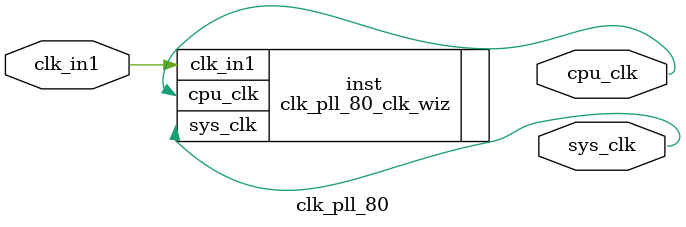
<source format=v>


`timescale 1ps/1ps

(* CORE_GENERATION_INFO = "clk_pll_80,clk_wiz_v6_0_4_0_0,{component_name=clk_pll_80,use_phase_alignment=true,use_min_o_jitter=false,use_max_i_jitter=false,use_dyn_phase_shift=false,use_inclk_switchover=false,use_dyn_reconfig=false,enable_axi=0,feedback_source=FDBK_AUTO,PRIMITIVE=PLL,num_out_clk=2,clkin1_period=10.000,clkin2_period=10.000,use_power_down=false,use_reset=false,use_locked=false,use_inclk_stopped=false,feedback_type=SINGLE,CLOCK_MGR_TYPE=NA,manual_override=false}" *)

module clk_pll_80 
 (
  // Clock out ports
  output        cpu_clk,
  output        sys_clk,
 // Clock in ports
  input         clk_in1
 );

  clk_pll_80_clk_wiz inst
  (
  // Clock out ports  
  .cpu_clk(cpu_clk),
  .sys_clk(sys_clk),
 // Clock in ports
  .clk_in1(clk_in1)
  );

endmodule

</source>
